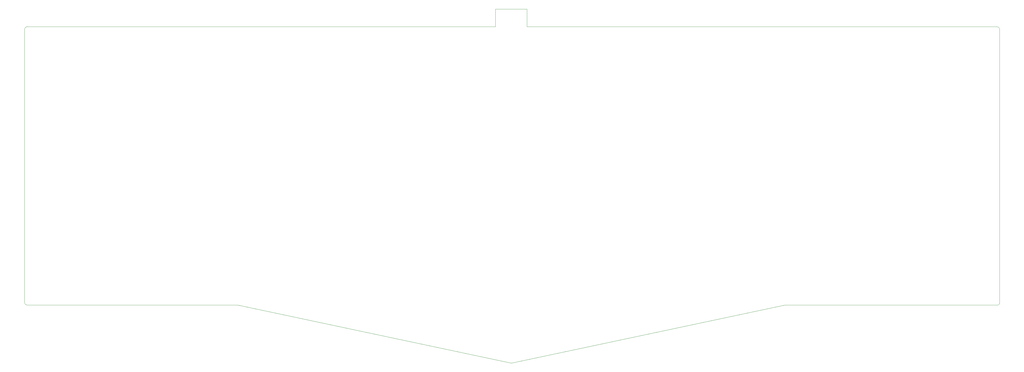
<source format=gbr>
%TF.GenerationSoftware,KiCad,Pcbnew,(5.1.6)-1*%
%TF.CreationDate,2020-07-17T19:36:50+02:00*%
%TF.ProjectId,Proyecto A,50726f79-6563-4746-9f20-412e6b696361,rev?*%
%TF.SameCoordinates,Original*%
%TF.FileFunction,Profile,NP*%
%FSLAX46Y46*%
G04 Gerber Fmt 4.6, Leading zero omitted, Abs format (unit mm)*
G04 Created by KiCad (PCBNEW (5.1.6)-1) date 2020-07-17 19:36:50*
%MOMM*%
%LPD*%
G01*
G04 APERTURE LIST*
%TA.AperFunction,Profile*%
%ADD10C,0.100000*%
%TD*%
G04 APERTURE END LIST*
D10*
X62880240Y4965700D02*
X62865000Y-89433400D01*
X62880240Y4965700D02*
G75*
G02*
X63896239Y5981699I1015999J0D01*
G01*
X63831154Y-90403757D02*
G75*
G02*
X62865000Y-89433400I-16195J950038D01*
G01*
X231459482Y-110456999D02*
G75*
G02*
X231068880Y-110459520I-201162J907002D01*
G01*
X400161289Y-89780002D02*
G75*
G02*
X399580000Y-90400000I-621288J1D01*
G01*
X399364228Y5930301D02*
G75*
G02*
X400150000Y5190000I36386J-748547D01*
G01*
X400161289Y-89780002D02*
X400150000Y5190000D01*
X325940000Y-90400000D02*
X399580000Y-90400000D01*
X231459482Y-110457000D02*
X325940000Y-90400000D01*
X136590000Y-90400000D02*
X231068880Y-110459520D01*
X63831154Y-90403757D02*
X136590000Y-90400000D01*
X225770000Y5980000D02*
X63896239Y5981699D01*
X225750000Y12110000D02*
X225770000Y5980000D01*
X236640000Y12100000D02*
X225750000Y12110000D01*
X236690000Y5980000D02*
X236640000Y12100000D01*
X399364172Y5931468D02*
X236690000Y5980000D01*
M02*

</source>
